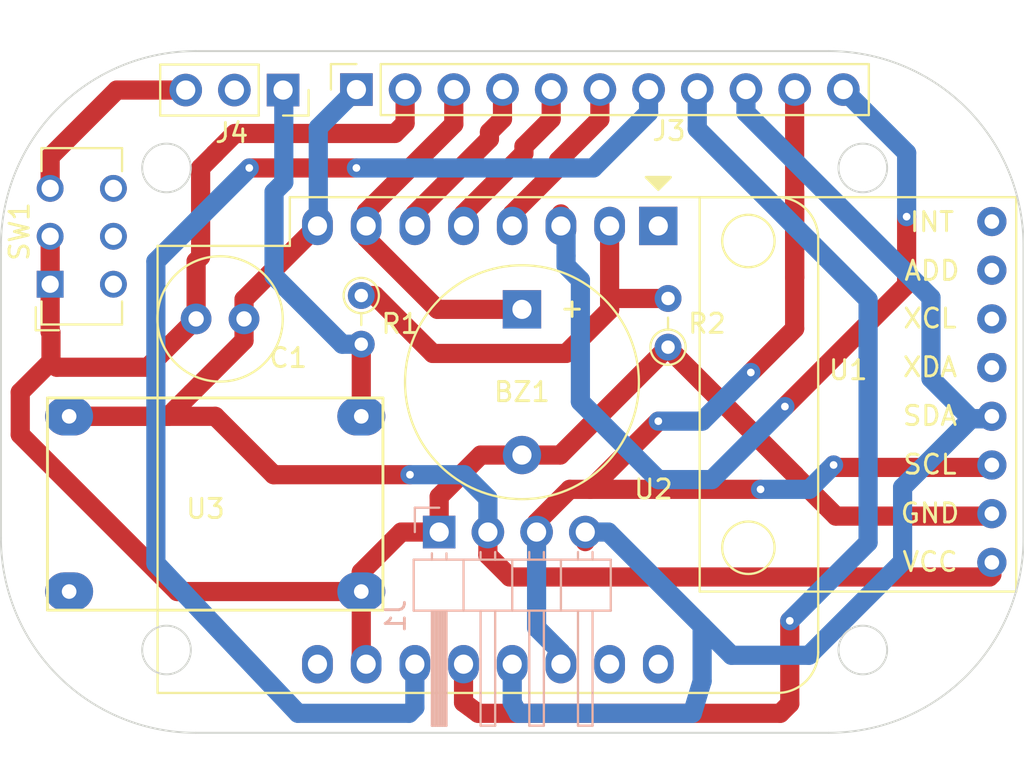
<source format=kicad_pcb>
(kicad_pcb (version 20211014) (generator pcbnew)
  (layers (0 "F.Cu" signal) (31 "B.Cu" signal) (34 "B.Paste" user) (35 "F.Paste" user) (36 "B.SilkS" user "B.Silkscreen") (37 "F.SilkS" user "F.Silkscreen") (38 "B.Mask" user) (39 "F.Mask" user) (44 "Edge.Cuts" user))
  (net 0 "")
  (net 1 "RST")
  (net 2 "A0")
  (net 3 "D0")
  (net 4 "D5")
  (net 5 "D6")
  (net 6 "D7")
  (net 7 "D8")
  (net 8 "3V3")
  (net 9 "GND")
  (net 10 "D4")
  (net 11 "D3")
  (net 12 "D2")
  (net 13 "D1")
  (net 14 "RX")
  (net 15 "TX")
  (net 22 "9V")
  (net 23 "Net-(J3-Pad3)")
  (footprint "Resistor_THT:R_Axial_DIN0204_L3.6mm_D1.6mm_P2.54mm_Vertical" (layer "F.Cu") (at 64.516 45.77 -90)
    (fp_text reference "R1" (at 1.474 -2.032 180) (layer "F.SilkS"))
    (fp_text value "470k")
    (fp_line (start 0.92 0) (end 1.54 0) (layer "F.SilkS") (width 0.12))
    (fp_circle (center 0 0) (end 0.92 0) (layer "F.SilkS") (width 0.12) (fill none))
    (pad "1" thru_hole circle (at 0 0 270) (size 1.4 1.4) (drill 0.7) (layers *.Cu *.Mask) (net 2 "A0"))
    (pad "2" thru_hole oval (at 2.54 0 270) (size 1.4 1.4) (drill 0.7) (layers *.Cu *.Mask) (net 22 "9V"))
  )
  (footprint "Module:WEMOS_D1_mini_light" (layer "F.Cu") (at 80.01 42.141 -90)
    (fp_text reference "U2" (at 13.739 0.254 180) (layer "F.SilkS"))
    (fp_text value "WeMos_D1_mini")
    (fp_line (start 22.24 -8.34) (end 0.63 -8.34) (layer "F.SilkS") (width 0.12))
    (fp_line (start -1.5 19.22) (end -1.5 -6.21) (layer "F.SilkS") (width 0.12))
    (fp_line (start 1.04 19.22) (end 1.04 26.12) (layer "F.SilkS") (width 0.12))
    (fp_line (start -1.5 19.22) (end 1.04 19.22) (layer "F.SilkS") (width 0.12))
    (fp_line (start 24.36 26.12) (end 24.36 -6.21) (layer "F.SilkS") (width 0.12))
    (fp_line (start 1.04 26.12) (end 24.36 26.12) (layer "F.SilkS") (width 0.12))
    (fp_arc (start -1.5 -6.21) (mid -0.876137 -7.716137) (end 0.63 -8.34) (layer "F.SilkS") (width 0.12))
    (fp_arc (start 22.23 -8.34) (mid 23.736137 -7.716137) (end 24.36 -6.21) (layer "F.SilkS") (width 0.12))
    (fp_poly (pts (xy -2.54 -0.635) (xy -2.54 0.635) (xy -1.905 0)) (layer "F.SilkS") (width 0.15) (fill solid))
    (pad "1" thru_hole rect (at 0 0 270) (size 2 2) (drill 1) (layers *.Cu *.Mask) (net 1 "RST"))
    (pad "2" thru_hole oval (at 0 2.54 270) (size 2 1.6) (drill 1) (layers *.Cu *.Mask) (net 2 "A0"))
    (pad "3" thru_hole oval (at 0 5.08 270) (size 2 1.6) (drill 1) (layers *.Cu *.Mask) (net 3 "D0"))
    (pad "4" thru_hole oval (at 0 7.62 270) (size 2 1.6) (drill 1) (layers *.Cu *.Mask) (net 4 "D5"))
    (pad "5" thru_hole oval (at 0 10.16 270) (size 2 1.6) (drill 1) (layers *.Cu *.Mask) (net 5 "D6"))
    (pad "6" thru_hole oval (at 0 12.7 270) (size 2 1.6) (drill 1) (layers *.Cu *.Mask) (net 6 "D7"))
    (pad "7" thru_hole oval (at 0 15.24 270) (size 2 1.6) (drill 1) (layers *.Cu *.Mask) (net 7 "D8"))
    (pad "8" thru_hole oval (at 0 17.78 270) (size 2 1.6) (drill 1) (layers *.Cu *.Mask) (net 8 "3V3"))
    (pad "9" thru_hole oval (at 22.86 17.78 270) (size 2 1.6) (drill 1) (layers *.Cu *.Mask))
    (pad "10" thru_hole oval (at 22.86 15.24 270) (size 2 1.6) (drill 1) (layers *.Cu *.Mask) (net 9 "GND"))
    (pad "11" thru_hole oval (at 22.86 12.7 270) (size 2 1.6) (drill 1) (layers *.Cu *.Mask) (net 10 "D4"))
    (pad "12" thru_hole oval (at 22.86 10.16 270) (size 2 1.6) (drill 1) (layers *.Cu *.Mask) (net 11 "D3"))
    (pad "13" thru_hole oval (at 22.86 7.62 270) (size 2 1.6) (drill 1) (layers *.Cu *.Mask) (net 12 "D2"))
    (pad "14" thru_hole oval (at 22.86 5.08 270) (size 2 1.6) (drill 1) (layers *.Cu *.Mask) (net 13 "D1"))
    (pad "15" thru_hole oval (at 22.86 2.54 270) (size 2 1.6) (drill 1) (layers *.Cu *.Mask) (net 14 "RX"))
    (pad "16" thru_hole oval (at 22.86 0 270) (size 2 1.6) (drill 1) (layers *.Cu *.Mask) (net 15 "TX"))
  )
  (footprint "Button_Switch_THT:SW_CuK_JS202011CQN_DPDT_Straight" (layer "F.Cu") (at 48.2864 45.1811 90)
    (fp_text reference "SW1" (at 2.75 -1.6 90) (layer "F.SilkS"))
    (fp_text value "SW_SPDT")
    (fp_line (start 7.1 3.75) (end 5.9 3.75) (layer "F.SilkS") (width 0.12))
    (fp_line (start -2.1 3.75) (end -0.9 3.75) (layer "F.SilkS") (width 0.12))
    (fp_line (start -2.1 -0.45) (end -2.1 3.75) (layer "F.SilkS") (width 0.12))
    (fp_line (start -2.4 -0.75) (end -2.4 0.45) (layer "F.SilkS") (width 0.12))
    (fp_line (start 5.9 -0.45) (end 7.1 -0.45) (layer "F.SilkS") (width 0.12))
    (fp_line (start -1.2 -0.75) (end -2.4 -0.75) (layer "F.SilkS") (width 0.12))
    (fp_line (start 7.1 -0.45) (end 7.1 3.75) (layer "F.SilkS") (width 0.12))
    (fp_line (start -0.9 -0.45) (end -2.1 -0.45) (layer "F.SilkS") (width 0.12))
    (pad "1" thru_hole rect (at 0 0 90) (size 1.4 1.4) (drill 0.9) (layers *.Cu *.Mask) (net 9 "GND"))
    (pad "2" thru_hole circle (at 2.5 0 90) (size 1.4 1.4) (drill 0.9) (layers *.Cu *.Mask) (net 9 "GND"))
    (pad "3" thru_hole circle (at 5 0 90) (size 1.4 1.4) (drill 0.9) (layers *.Cu *.Mask) (net 23 "Net-(J3-Pad3)"))
    (pad "4" thru_hole circle (at 0 3.3 90) (size 1.4 1.4) (drill 0.9) (layers *.Cu *.Mask))
    (pad "5" thru_hole circle (at 2.5 3.3 90) (size 1.4 1.4) (drill 0.9) (layers *.Cu *.Mask))
    (pad "6" thru_hole circle (at 5 3.3 90) (size 1.4 1.4) (drill 0.9) (layers *.Cu *.Mask))
  )
  (footprint "Capacitor_THT:C_Radial_D6.3mm_H5.0mm_P2.50mm" (layer "F.Cu") (at 58.4 46.99 180)
    (fp_text reference "C1" (at -2.306 -2.032) (layer "F.SilkS"))
    (fp_text value "100uF")
    (fp_circle (center 1.25 0) (end 4.52 0) (layer "F.SilkS") (width 0.12) (fill none))
    (pad "1" thru_hole circle (at 0 0 180) (size 1.6 1.6) (drill 0.8) (layers *.Cu *.Mask) (net 8 "3V3"))
    (pad "2" thru_hole circle (at 2.5 0 180) (size 1.6 1.6) (drill 0.8) (layers *.Cu *.Mask) (net 9 "GND"))
  )
  (footprint "Usini sensors:module_mpu6050" (layer "F.Cu") (at 97.409 41.91 180)
    (fp_text reference "U1" (at 7.493 -7.747) (layer "F.SilkS"))
    (fp_text value "module_mpu6050")
    (fp_text user "XDA" (at 3.2258 -7.5946) (layer "F.SilkS"))
    (fp_text user "INT" (at 3.1242 -0.0254) (layer "F.SilkS"))
    (fp_text user "XCL" (at 3.2258 -5.0546) (layer "F.SilkS"))
    (fp_text user "SCL" (at 3.2258 -12.6746) (layer "F.SilkS"))
    (fp_text user "GND" (at 3.2258 -15.2146) (layer "F.SilkS"))
    (fp_text user "SDA" (at 3.2258 -10.1346) (layer "F.SilkS"))
    (fp_text user "ADD" (at 3.1242 -2.5654) (layer "F.SilkS"))
    (fp_text user "VCC" (at 3.2258 -17.7546) (layer "F.SilkS"))
    (fp_line (start 15.24 -19.304) (end 15.24 1.27) (layer "F.SilkS") (width 0.12))
    (fp_line (start -1.27 1.27) (end -1.27 -19.304) (layer "F.SilkS") (width 0.12))
    (fp_line (start 15.24 1.27) (end -1.27 1.27) (layer "F.SilkS") (width 0.12))
    (fp_line (start -1.27 -19.304) (end 15.24 -19.304) (layer "F.SilkS") (width 0.12))
    (fp_circle (center 12.7 -17.018) (end 13.208 -15.748) (layer "F.SilkS") (width 0.12) (fill none))
    (fp_circle (center 12.7 -1.016) (end 13.208 0.254) (layer "F.SilkS") (width 0.12) (fill none))
    (pad "1" thru_hole circle locked (at 0 -17.78 180) (size 1.524 1.524) (drill 0.762) (layers *.Cu *.Mask) (net 8 "3V3"))
    (pad "2" thru_hole circle locked (at 0 -15.24 180) (size 1.524 1.524) (drill 0.762) (layers *.Cu *.Mask) (net 9 "GND"))
    (pad "3" thru_hole circle locked (at 0 -12.7 180) (size 1.524 1.524) (drill 0.762) (layers *.Cu *.Mask) (net 13 "D1"))
    (pad "4" thru_hole circle locked (at 0 -10.16 180) (size 1.524 1.524) (drill 0.762) (layers *.Cu *.Mask) (net 12 "D2"))
    (pad "5" thru_hole circle locked (at 0 -7.62 180) (size 1.524 1.524) (drill 0.762) (layers *.Cu *.Mask))
    (pad "6" thru_hole circle locked (at 0 -5.08 180) (size 1.524 1.524) (drill 0.762) (layers *.Cu *.Mask))
    (pad "7" thru_hole circle locked (at 0 -2.54 180) (size 1.524 1.524) (drill 0.762) (layers *.Cu *.Mask))
    (pad "8" thru_hole circle locked (at 0 0 180) (size 1.524 1.524) (drill 0.762) (layers *.Cu *.Mask))
  )
  (footprint "Mini360_step-down:Mini360_step-down" (layer "F.Cu") (at 56.896 56.642 180)
    (fp_text reference "U3" (at 0.508 -0.254) (layer "F.SilkS"))
    (fp_text value "Mini360")
    (fp_line (start 8.75 5.53) (end 8.75 -5.54) (layer "F.SilkS") (width 0.15))
    (fp_line (start -8.75 -5.54) (end -8.75 5.53) (layer "F.SilkS") (width 0.15))
    (fp_line (start -8.75 -5.54) (end 8.75 -5.54) (layer "F.SilkS") (width 0.15))
    (fp_line (start 8.75 5.53) (end -8.75 5.53) (layer "F.SilkS") (width 0.15))
    (pad "1" thru_hole oval locked (at -7.62 -4.57 180) (size 2.5 2) (drill 0.762) (layers *.Cu *.Mask) (net 9 "GND"))
    (pad "2" thru_hole oval locked (at -7.62 4.57 180) (size 2.5 2) (drill 0.762) (layers *.Cu *.Mask) (net 22 "9V"))
    (pad "3" thru_hole oval locked (at 7.62 -4.57 180) (size 2.5 2) (drill 0.762) (layers *.Cu *.Mask))
    (pad "4" thru_hole oval locked (at 7.62 4.57 180) (size 2.5 2) (drill 0.762) (layers *.Cu *.Mask) (net 8 "3V3"))
  )
  (footprint "Connector_PinSocket_2.54mm:PinSocket_1x11_P2.54mm_Vertical" (layer "F.Cu") (at 64.262 35.027 90)
    (fp_text reference "J4" (at -2.2602 -6.5024 180) (layer "F.SilkS"))
    (fp_text value "Conn_01x11")
    (fp_line (start 1.33 1.27) (end 1.33 26.73) (layer "F.SilkS") (width 0.12))
    (fp_line (start -1.33 26.73) (end 1.33 26.73) (layer "F.SilkS") (width 0.12))
    (fp_line (start 1.33 -1.33) (end 1.33 0) (layer "F.SilkS") (width 0.12))
    (fp_line (start -1.33 1.27) (end 1.33 1.27) (layer "F.SilkS") (width 0.12))
    (fp_line (start 0 -1.33) (end 1.33 -1.33) (layer "F.SilkS") (width 0.12))
    (fp_line (start -1.33 1.27) (end -1.33 26.73) (layer "F.SilkS") (width 0.12))
    (pad "1" thru_hole rect (at 0 0 90) (size 1.7 1.7) (drill 1) (layers *.Cu *.Mask) (net 8 "3V3"))
    (pad "2" thru_hole oval (at 0 2.54 90) (size 1.7 1.7) (drill 1) (layers *.Cu *.Mask) (net 9 "GND"))
    (pad "3" thru_hole oval (at 0 5.08 90) (size 1.7 1.7) (drill 1) (layers *.Cu *.Mask) (net 7 "D8"))
    (pad "4" thru_hole oval (at 0 7.62 90) (size 1.7 1.7) (drill 1) (layers *.Cu *.Mask) (net 6 "D7"))
    (pad "5" thru_hole oval (at 0 10.16 90) (size 1.7 1.7) (drill 1) (layers *.Cu *.Mask) (net 5 "D6"))
    (pad "6" thru_hole oval (at 0 12.7 90) (size 1.7 1.7) (drill 1) (layers *.Cu *.Mask) (net 4 "D5"))
    (pad "7" thru_hole oval (at 0 15.24 90) (size 1.7 1.7) (drill 1) (layers *.Cu *.Mask) (net 10 "D4"))
    (pad "8" thru_hole oval (at 0 17.78 90) (size 1.7 1.7) (drill 1) (layers *.Cu *.Mask) (net 11 "D3"))
    (pad "9" thru_hole oval (at 0 20.32 90) (size 1.7 1.7) (drill 1) (layers *.Cu *.Mask) (net 12 "D2"))
    (pad "10" thru_hole oval (at 0 22.86 90) (size 1.7 1.7) (drill 1) (layers *.Cu *.Mask) (net 13 "D1"))
    (pad "11" thru_hole oval (at 0 25.4 90) (size 1.7 1.7) (drill 1) (layers *.Cu *.Mask) (net 3 "D0"))
  )
  (footprint "Buzzer_Beeper:Buzzer_12x9.5RM7.6" (layer "F.Cu") (at 72.898 46.492 -90)
    (fp_text reference "BZ1" (at 4.308 0 180) (layer "F.SilkS"))
    (fp_text value "Buzzer")
    (fp_text user "+" (at -0.01 -2.54 90) (layer "F.SilkS"))
    (fp_circle (center 3.8 0) (end 9.9 0) (layer "F.SilkS") (width 0.12) (fill none))
    (pad "1" thru_hole rect (at 0 0 270) (size 2 2) (drill 1) (layers *.Cu *.Mask) (net 7 "D8"))
    (pad "2" thru_hole circle (at 7.6 0 270) (size 2 2) (drill 1) (layers *.Cu *.Mask) (net 9 "GND"))
  )
  (footprint "Connector_PinSocket_2.54mm:PinSocket_1x03_P2.54mm_Vertical" (layer "F.Cu") (at 60.437 35.052 -90)
    (fp_text reference "J3" (at 2.1336 -20.1318 180) (layer "F.SilkS"))
    (fp_text value "Conn_01x03")
    (fp_line (start -1.33 1.27) (end -1.33 6.41) (layer "F.SilkS") (width 0.12))
    (fp_line (start 1.33 1.27) (end 1.33 6.41) (layer "F.SilkS") (width 0.12))
    (fp_line (start 0 -1.33) (end 1.33 -1.33) (layer "F.SilkS") (width 0.12))
    (fp_line (start -1.33 1.27) (end 1.33 1.27) (layer "F.SilkS") (width 0.12))
    (fp_line (start -1.33 6.41) (end 1.33 6.41) (layer "F.SilkS") (width 0.12))
    (fp_line (start 1.33 -1.33) (end 1.33 0) (layer "F.SilkS") (width 0.12))
    (pad "1" thru_hole rect (at 0 0 270) (size 1.7 1.7) (drill 1) (layers *.Cu *.Mask) (net 22 "9V"))
    (pad "2" thru_hole oval (at 0 2.54 270) (size 1.7 1.7) (drill 1) (layers *.Cu *.Mask))
    (pad "3" thru_hole oval (at 0 5.08 270) (size 1.7 1.7) (drill 1) (layers *.Cu *.Mask) (net 23 "Net-(J3-Pad3)"))
  )
  (footprint "Resistor_THT:R_Axial_DIN0204_L3.6mm_D1.6mm_P2.54mm_Vertical" (layer "F.Cu") (at 80.518 48.464 90)
    (fp_text reference "R2" (at 1.23 2.032 180) (layer "F.SilkS"))
    (fp_text value "57k")
    (fp_line (start 0.92 0) (end 1.54 0) (layer "F.SilkS") (width 0.12))
    (fp_circle (center 0 0) (end 0.92 0) (layer "F.SilkS") (width 0.12) (fill none))
    (pad "1" thru_hole circle (at 0 0 90) (size 1.4 1.4) (drill 0.7) (layers *.Cu *.Mask) (net 9 "GND"))
    (pad "2" thru_hole oval (at 2.54 0 90) (size 1.4 1.4) (drill 0.7) (layers *.Cu *.Mask) (net 2 "A0"))
  )
  (footprint "Connector_PinHeader_2.54mm:PinHeader_1x04_P2.54mm_Horizontal" (layer "B.Cu") (at 68.58 58.109 -90)
    (fp_text reference "J1" (at 4.385 2.27 90) (layer "B.SilkS") (effects (justify mirror)))
    (fp_text value "Conn_01x04_Female")
    (fp_line (start 10.1 -4.7) (end 10.1 -5.46) (layer "B.SilkS") (width 0.12))
    (fp_line (start 1.11 -0.38) (end 1.44 -0.38) (layer "B.SilkS") (width 0.12))
    (fp_line (start 4.1 0.2) (end 10.1 0.2) (layer "B.SilkS") (width 0.12))
    (fp_line (start 10.1 -7.24) (end 10.1 -8) (layer "B.SilkS") (width 0.12))
    (fp_line (start 4.1 -7.24) (end 10.1 -7.24) (layer "B.SilkS") (width 0.12))
    (fp_line (start 1.042929 -5.46) (end 1.44 -5.46) (layer "B.SilkS") (width 0.12))
    (fp_line (start 1.042929 -4.7) (end 1.44 -4.7) (layer "B.SilkS") (width 0.12))
    (fp_line (start 4.1 -8.95) (end 4.1 1.33) (layer "B.SilkS") (width 0.12))
    (fp_line (start 4.1 -0.28) (end 10.1 -0.28) (layer "B.SilkS") (width 0.12))
    (fp_line (start 4.1 -0.16) (end 10.1 -0.16) (layer "B.SilkS") (width 0.12))
    (fp_line (start 10.1 -2.92) (end 4.1 -2.92) (layer "B.SilkS") (width 0.12))
    (fp_line (start 1.44 -1.27) (end 4.1 -1.27) (layer "B.SilkS") (width 0.12))
    (fp_line (start -1.27 0) (end -1.27 1.27) (layer "B.SilkS") (width 0.12))
    (fp_line (start 10.1 -5.46) (end 4.1 -5.46) (layer "B.SilkS") (width 0.12))
    (fp_line (start 4.1 0.38) (end 10.1 0.38) (layer "B.SilkS") (width 0.12))
    (fp_line (start 4.1 1.33) (end 1.44 1.33) (layer "B.SilkS") (width 0.12))
    (fp_line (start 4.1 0.08) (end 10.1 0.08) (layer "B.SilkS") (width 0.12))
    (fp_line (start 4.1 -4.7) (end 10.1 -4.7) (layer "B.SilkS") (width 0.12))
    (fp_line (start 1.11 0.38) (end 1.44 0.38) (layer "B.SilkS") (width 0.12))
    (fp_line (start 1.042929 -8) (end 1.44 -8) (layer "B.SilkS") (width 0.12))
    (fp_line (start 1.44 1.33) (end 1.44 -8.95) (layer "B.SilkS") (width 0.12))
    (fp_line (start 1.042929 -2.16) (end 1.44 -2.16) (layer "B.SilkS") (width 0.12))
    (fp_line (start 1.44 -3.81) (end 4.1 -3.81) (layer "B.SilkS") (width 0.12))
    (fp_line (start 1.042929 -7.24) (end 1.44 -7.24) (layer "B.SilkS") (width 0.12))
    (fp_line (start 4.1 0.32) (end 10.1 0.32) (layer "B.SilkS") (width 0.12))
    (fp_line (start 4.1 -2.16) (end 10.1 -2.16) (layer "B.SilkS") (width 0.12))
    (fp_line (start -1.27 1.27) (end 0 1.27) (layer "B.SilkS") (width 0.12))
    (fp_line (start 1.44 -8.95) (end 4.1 -8.95) (layer "B.SilkS") (width 0.12))
    (fp_line (start 4.1 -0.04) (end 10.1 -0.04) (layer "B.SilkS") (width 0.12))
    (fp_line (start 10.1 -0.38) (end 4.1 -0.38) (layer "B.SilkS") (width 0.12))
    (fp_line (start 10.1 0.38) (end 10.1 -0.38) (layer "B.SilkS") (width 0.12))
    (fp_line (start 10.1 -2.16) (end 10.1 -2.92) (layer "B.SilkS") (width 0.12))
    (fp_line (start 1.44 -6.35) (end 4.1 -6.35) (layer "B.SilkS") (width 0.12))
    (fp_line (start 10.1 -8) (end 4.1 -8) (layer "B.SilkS") (width 0.12))
    (fp_line (start 1.042929 -2.92) (end 1.44 -2.92) (layer "B.SilkS") (width 0.12))
    (pad "1" thru_hole rect (at 0 0 270) (size 1.7 1.7) (drill 1) (layers *.Cu *.Mask) (net 9 "GND"))
    (pad "2" thru_hole oval (at 0 -2.54 270) (size 1.7 1.7) (drill 1) (layers *.Cu *.Mask) (net 8 "3V3"))
    (pad "3" thru_hole oval (at 0 -5.08 270) (size 1.7 1.7) (drill 1) (layers *.Cu *.Mask) (net 13 "D1"))
    (pad "4" thru_hole oval (at 0 -7.62 270) (size 1.7 1.7) (drill 1) (layers *.Cu *.Mask) (net 12 "D2"))
  )
  (gr_circle (center 90.678 39.116) (end 91.948 39.116) (layer "Edge.Cuts") (width 0.1) (fill none))
  (gr_line (start 88.9 68.58) (end 55.88 68.579999) (layer "Edge.Cuts") (width 0.1))
  (gr_circle (center 90.678 64.262) (end 91.948 64.262) (layer "Edge.Cuts") (width 0.1) (fill none))
  (gr_line (start 99.06 43.180001) (end 99.060001 58.42) (layer "Edge.Cuts") (width 0.1))
  (gr_circle (center 54.356 64.262) (end 55.626 64.262) (layer "Edge.Cuts") (width 0.1) (fill none))
  (gr_line (start 45.720001 58.42) (end 45.72 43.180001) (layer "Edge.Cuts") (width 0.1))
  (gr_arc (start 88.9 33.020001) (mid 96.084205 35.995796) (end 99.06 43.180001) (layer "Edge.Cuts") (width 0.1))
  (gr_arc (start 55.88 68.58) (mid 48.695795 65.604205) (end 45.72 58.42) (layer "Edge.Cuts") (width 0.1))
  (gr_arc (start 45.72 43.180001) (mid 48.695795 35.995796) (end 55.88 33.020001) (layer "Edge.Cuts") (width 0.1))
  (gr_circle (center 54.356 39.116) (end 55.626 39.116) (layer "Edge.Cuts") (width 0.1) (fill none))
  (gr_arc (start 99.060001 58.42) (mid 96.084206 65.604206) (end 88.9 68.580001) (layer "Edge.Cuts") (width 0.1))
  (gr_line (start 55.88 33.02) (end 88.9 33.020001) (layer "Edge.Cuts") (width 0.1))
  (segment (start 77.52 45.924) (end 77.47 45.974) (width 1) (layer "F.Cu") (net 2))
  (segment (start 77.47 45.974) (end 77.47 42.141) (width 1) (layer "F.Cu") (net 2))
  (segment (start 80.518 45.924) (end 77.52 45.924) (width 1) (layer "F.Cu") (net 2))
  (segment (start 65.224939 45.77) (end 68.24645 48.791511) (width 1) (layer "F.Cu") (net 2))
  (segment (start 68.24645 48.791511) (end 75.197511 48.791511) (width 1) (layer "F.Cu") (net 2))
  (segment (start 75.197511 48.791511) (end 77.47 46.519022) (width 1) (layer "F.Cu") (net 2))
  (segment (start 77.47 46.519022) (end 77.47 45.974) (width 1) (layer "F.Cu") (net 2))
  (segment (start 64.516 45.77) (end 65.224939 45.77) (width 1) (layer "F.Cu") (net 2))
  (segment (start 92.964 45.212) (end 92.964 41.656) (width 1) (layer "F.Cu") (net 3))
  (segment (start 86.614 51.562) (end 92.964 45.212) (width 1) (layer "F.Cu") (net 3))
  (segment (start 74.93 41.511831) (end 74.93 42.141) (width 1) (layer "F.Cu") (net 3))
  (via (at 86.614 51.562) (size 0.8) (drill 0.4) (layers "F.Cu" "B.Cu") (net 3))
  (via (at 92.964 41.656) (size 0.8) (drill 0.4) (layers "F.Cu" "B.Cu") (net 3))
  (segment (start 80.01 55.372) (end 82.804 55.372) (width 1) (layer "B.Cu") (net 3))
  (segment (start 75.946 44.958) (end 75.946 51.308) (width 1) (layer "B.Cu") (net 3))
  (segment (start 82.804 55.372) (end 86.614 51.562) (width 1) (layer "B.Cu") (net 3))
  (segment (start 92.964 38.329) (end 89.662 35.027) (width 1) (layer "B.Cu") (net 3))
  (segment (start 75.946 51.308) (end 80.01 55.372) (width 1) (layer "B.Cu") (net 3))
  (segment (start 92.964 41.656) (end 92.964 38.329) (width 1) (layer "B.Cu") (net 3))
  (segment (start 75.197511 44.209511) (end 75.946 44.958) (width 1) (layer "B.Cu") (net 3))
  (segment (start 75.197511 43.701511) (end 75.197511 44.209511) (width 1) (layer "B.Cu") (net 3))
  (segment (start 74.93 42.141) (end 75.197511 42.408511) (width 1) (layer "B.Cu") (net 3))
  (segment (start 75.197511 42.408511) (end 75.197511 43.701511) (width 1) (layer "B.Cu") (net 3))
  (segment (start 76.962 36.571108) (end 74.800831 38.732277) (width 1) (layer "F.Cu") (net 4))
  (segment (start 74.800831 38.732277) (end 74.800831 39.096108) (width 1) (layer "F.Cu") (net 4))
  (segment (start 76.962 35.027) (end 76.962 36.571108) (width 1) (layer "F.Cu") (net 4))
  (segment (start 74.800831 39.096108) (end 72.39 41.506939) (width 1) (layer "F.Cu") (net 4))
  (segment (start 72.39 41.506939) (end 72.39 42.141) (width 1) (layer "F.Cu") (net 4))
  (segment (start 74.422 36.566216) (end 73.00132 37.986896) (width 1) (layer "F.Cu") (net 5))
  (segment (start 73.00132 37.986896) (end 73.001321 38.350726) (width 1) (layer "F.Cu") (net 5))
  (segment (start 73.001321 38.350726) (end 69.85 41.502047) (width 1) (layer "F.Cu") (net 5))
  (segment (start 69.85 41.502047) (end 69.85 42.141) (width 1) (layer "F.Cu") (net 5))
  (segment (start 74.422 35.027) (end 74.422 36.566216) (width 1) (layer "F.Cu") (net 5))
  (segment (start 71.201803 37.241521) (end 71.201803 37.605352) (width 1) (layer "F.Cu") (net 6))
  (segment (start 71.201803 37.605352) (end 67.31 41.497155) (width 1) (layer "F.Cu") (net 6))
  (segment (start 67.31 41.497155) (end 67.31 42.141) (width 1) (layer "F.Cu") (net 6))
  (segment (start 71.882 36.561324) (end 71.201803 37.241521) (width 1) (layer "F.Cu") (net 6))
  (segment (start 71.882 35.027) (end 71.882 36.561324) (width 1) (layer "F.Cu") (net 6))
  (segment (start 69.342 35.027) (end 69.342 36.834892) (width 1) (layer "F.Cu") (net 7))
  (segment (start 72.898 46.492) (end 68.491831 46.492) (width 1) (layer "F.Cu") (net 7))
  (segment (start 64.77 42.770169) (end 64.77 42.141) (width 1) (layer "F.Cu") (net 7))
  (segment (start 64.77 41.406892) (end 64.77 42.141) (width 1) (layer "F.Cu") (net 7))
  (segment (start 69.342 36.834892) (end 64.77 41.406892) (width 1) (layer "F.Cu") (net 7))
  (segment (start 68.491831 46.492) (end 64.77 42.770169) (width 1) (layer "F.Cu") (net 7))
  (segment (start 59.944 55.118) (end 56.898 52.072) (width 1) (layer "F.Cu") (net 8))
  (segment (start 58.4 45.971) (end 62.23 42.141) (width 1) (layer "F.Cu") (net 8))
  (segment (start 58.4 46.99) (end 58.4 45.971) (width 1) (layer "F.Cu") (net 8))
  (segment (start 97.409 60.325) (end 97.409 59.69) (width 1) (layer "F.Cu") (net 8))
  (segment (start 55.673685 50.847685) (end 58.4 48.12137) (width 1) (layer "F.Cu") (net 8))
  (segment (start 97.282 60.452) (end 97.409 60.325) (width 1) (layer "F.Cu") (net 8))
  (segment (start 56.898 52.072) (end 49.276 52.072) (width 1) (layer "F.Cu") (net 8))
  (segment (start 71.12 59.311081) (end 72.260919 60.452) (width 1) (layer "F.Cu") (net 8))
  (segment (start 49.276 52.072) (end 54.44937 52.072) (width 1) (layer "F.Cu") (net 8))
  (segment (start 62.236511 42.134489) (end 62.23 42.141) (width 1) (layer "F.Cu") (net 8))
  (segment (start 58.4 48.12137) (end 58.4 46.99) (width 1) (layer "F.Cu") (net 8))
  (segment (start 72.260919 60.452) (end 97.282 60.452) (width 1) (layer "F.Cu") (net 8))
  (segment (start 71.12 58.109) (end 71.12 59.311081) (width 1) (layer "F.Cu") (net 8))
  (segment (start 67.056 55.118) (end 59.944 55.118) (width 1) (layer "F.Cu") (net 8))
  (segment (start 54.44937 52.072) (end 55.673685 50.847685) (width 1) (layer "F.Cu") (net 8))
  (via (at 67.056 55.118) (size 0.8) (drill 0.4) (layers "F.Cu" "B.Cu") (net 8))
  (segment (start 62.27302 37.01598) (end 62.27302 42.09798) (width 1) (layer "B.Cu") (net 8))
  (segment (start 69.888022 55.118) (end 67.056 55.118) (width 1) (layer "B.Cu") (net 8))
  (segment (start 71.12 56.349978) (end 69.888022 55.118) (width 1) (layer "B.Cu") (net 8))
  (segment (start 62.27302 42.09798) (end 62.23 42.141) (width 1) (layer "B.Cu") (net 8))
  (segment (start 64.262 35.027) (end 62.27302 37.01598) (width 1) (layer "B.Cu") (net 8))
  (segment (start 71.12 58.109) (end 71.12 56.349978) (width 1) (layer "B.Cu") (net 8))
  (segment (start 66.605 58.109) (end 68.58 58.109) (width 1) (layer "F.Cu") (net 9))
  (segment (start 57.928619 37.316489) (end 56.874489 38.370619) (width 1) (layer "F.Cu") (net 9))
  (segment (start 56.874489 38.375511) (end 56.135686 39.114314) (width 1) (layer "F.Cu") (net 9))
  (segment (start 48.629511 49.511511) (end 53.378489 49.511511) (width 1) (layer "F.Cu") (net 9))
  (segment (start 72.898 54.092) (end 74.89 54.092) (width 1) (layer "F.Cu") (net 9))
  (segment (start 46.72648 50.81552) (end 48.33 49.212) (width 1) (layer "F.Cu") (net 9))
  (segment (start 97.409 57.15) (end 97.409 57.277) (width 1) (layer "F.Cu") (net 9))
  (segment (start 66.802 35.027) (end 66.802 36.786022) (width 1) (layer "F.Cu") (net 9))
  (segment (start 56.135686 43.747292) (end 55.9 43.982978) (width 1) (layer "F.Cu") (net 9))
  (segment (start 87.143511 55.134619) (end 80.518 48.509108) (width 1) (layer "F.Cu") (net 9))
  (segment (start 48.33 49.212) (end 48.629511 49.511511) (width 1) (layer "F.Cu") (net 9))
  (segment (start 48.2864 42.6811) (end 48.2864 45.1811) (width 1) (layer "F.Cu") (net 9))
  (segment (start 64.516 61.212) (end 64.516 64.747) (width 1) (layer "F.Cu") (net 9))
  (segment (start 80.518 48.509108) (end 80.518 48.464) (width 1) (layer "F.Cu") (net 9))
  (segment (start 64.516 60.198) (end 66.605 58.109) (width 1) (layer "F.Cu") (net 9))
  (segment (start 46.72648 53.024492) (end 46.72648 50.81552) (width 1) (layer "F.Cu") (net 9))
  (segment (start 87.143511 55.144403) (end 87.143511 55.134619) (width 1) (layer "F.Cu") (net 9))
  (segment (start 54.913988 61.212) (end 46.72648 53.024492) (width 1) (layer "F.Cu") (net 9))
  (segment (start 64.516 61.212) (end 64.516 60.198) (width 1) (layer "F.Cu") (net 9))
  (segment (start 48.2864 47.6684) (end 48.2864 45.1811) (width 1) (layer "F.Cu") (net 9))
  (segment (start 48.33 47.712) (end 48.2864 47.6684) (width 1) (layer "F.Cu") (net 9))
  (segment (start 89.276108 57.277) (end 87.143511 55.144403) (width 1) (layer "F.Cu") (net 9))
  (segment (start 68.58 58.109) (end 68.58 56.259) (width 1) (layer "F.Cu") (net 9))
  (segment (start 70.747 54.092) (end 72.898 54.092) (width 1) (layer "F.Cu") (net 9))
  (segment (start 97.409 57.277) (end 89.276108 57.277) (width 1) (layer "F.Cu") (net 9))
  (segment (start 48.33 47.712) (end 48.33 49.212) (width 1) (layer "F.Cu") (net 9))
  (segment (start 55.9 43.982978) (end 55.9 46.99) (width 1) (layer "F.Cu") (net 9))
  (segment (start 53.378489 49.511511) (end 55.9 46.99) (width 1) (layer "F.Cu") (net 9))
  (segment (start 68.58 56.259) (end 70.747 54.092) (width 1) (layer "F.Cu") (net 9))
  (segment (start 66.802 36.786022) (end 66.271533 37.316489) (width 1) (layer "F.Cu") (net 9))
  (segment (start 56.874489 38.370619) (end 56.874489 38.375511) (width 1) (layer "F.Cu") (net 9))
  (segment (start 64.516 61.212) (end 54.913988 61.212) (width 1) (layer "F.Cu") (net 9))
  (segment (start 64.516 64.747) (end 64.77 65.001) (width 1) (layer "F.Cu") (net 9))
  (segment (start 66.271533 37.316489) (end 57.928619 37.316489) (width 1) (layer "F.Cu") (net 9))
  (segment (start 56.135686 39.114314) (end 56.135686 43.747292) (width 1) (layer "F.Cu") (net 9))
  (segment (start 74.89 54.092) (end 80.518 48.464) (width 1) (layer "F.Cu") (net 9))
  (segment (start 64.262 39.116) (end 58.674 39.116) (width 1) (layer "F.Cu") (net 10))
  (via (at 58.674 39.116) (size 0.8) (drill 0.4) (layers "F.Cu" "B.Cu") (net 10))
  (via (at 64.262 39.116) (size 0.8) (drill 0.4) (layers "F.Cu" "B.Cu") (net 10))
  (segment (start 79.502 35.027) (end 79.502 36.229081) (width 1) (layer "B.Cu") (net 10))
  (segment (start 67.31 67.26448) (end 67.31 65.001) (width 1) (layer "B.Cu") (net 10))
  (segment (start 67.01048 67.564) (end 67.31 67.26448) (width 1) (layer "B.Cu") (net 10))
  (segment (start 79.502 36.229081) (end 76.615081 39.116) (width 1) (layer "B.Cu") (net 10))
  (segment (start 76.615081 39.116) (end 64.262 39.116) (width 1) (layer "B.Cu") (net 10))
  (segment (start 53.800489 43.989511) (end 53.800489 59.740658) (width 1) (layer "B.Cu") (net 10))
  (segment (start 61.214 67.564) (end 67.01048 67.564) (width 1) (layer "B.Cu") (net 10))
  (segment (start 53.800489 59.740658) (end 61.214 67.564) (width 1) (layer "B.Cu") (net 10))
  (segment (start 58.674 39.116) (end 53.800489 43.989511) (width 1) (layer "B.Cu") (net 10))
  (segment (start 86.868 67.06548) (end 86.36948 67.564) (width 1) (layer "F.Cu") (net 11))
  (segment (start 69.85 67.001) (end 69.85 65.001) (width 1) (layer "F.Cu") (net 11))
  (segment (start 86.868 62.738) (end 86.868 67.06548) (width 1) (layer "F.Cu") (net 11))
  (segment (start 70.612 67.564) (end 69.85 67.001) (width 1) (layer "F.Cu") (net 11))
  (segment (start 86.36948 67.564) (end 70.612 67.564) (width 1) (layer "F.Cu") (net 11))
  (via (at 86.868 62.738) (size 0.8) (drill 0.4) (layers "F.Cu" "B.Cu") (net 11))
  (segment (start 82.042 35.027) (end 82.042 37.079108) (width 1) (layer "B.Cu") (net 11))
  (segment (start 90.95351 58.65249) (end 86.868 62.738) (width 1) (layer "B.Cu") (net 11))
  (segment (start 82.042 37.079108) (end 90.95351 45.990618) (width 1) (layer "B.Cu") (net 11))
  (segment (start 90.95351 45.990618) (end 90.95351 58.65249) (width 1) (layer "B.Cu") (net 11))
  (segment (start 76.2 58.608869) (end 76.2 58.109) (width 1) (layer "F.Cu") (net 12))
  (segment (start 72.39 67.001) (end 72.699 67.564) (width 1) (layer "B.Cu") (net 12))
  (segment (start 83.830591 64.53751) (end 87.867382 64.53751) (width 1) (layer "B.Cu") (net 12))
  (segment (start 72.39 65.001) (end 72.39 67.001) (width 1) (layer "B.Cu") (net 12))
  (segment (start 92.753021 55.775349) (end 96.33137 52.197) (width 1) (layer "B.Cu") (net 12))
  (segment (start 84.582 35.027) (end 84.582 36.229081) (width 1) (layer "B.Cu") (net 12))
  (segment (start 94.234 45.881081) (end 94.234 50.09963) (width 1) (layer "B.Cu") (net 12))
  (segment (start 84.582 36.229081) (end 94.234 45.881081) (width 1) (layer "B.Cu") (net 12))
  (segment (start 87.867382 64.53751) (end 92.753021 59.651871) (width 1) (layer "B.Cu") (net 12))
  (segment (start 96.33137 52.197) (end 97.409 52.197) (width 1) (layer "B.Cu") (net 12))
  (segment (start 72.699 67.564) (end 81.788 67.564) (width 1) (layer "B.Cu") (net 12))
  (segment (start 82.296 65.884169) (end 82.296 63.002919) (width 1) (layer "B.Cu") (net 12))
  (segment (start 82.296 63.002919) (end 77.402081 58.109) (width 1) (layer "B.Cu") (net 12))
  (segment (start 97.282 52.197) (end 97.409 52.07) (width 1) (layer "B.Cu") (net 12))
  (segment (start 81.788 67.564) (end 82.296 65.884169) (width 1) (layer "B.Cu") (net 12))
  (segment (start 96.33137 52.197) (end 97.282 52.197) (width 1) (layer "B.Cu") (net 12))
  (segment (start 77.402081 58.109) (end 76.2 58.109) (width 1) (layer "B.Cu") (net 12))
  (segment (start 82.296 63.002919) (end 83.830591 64.53751) (width 1) (layer "B.Cu") (net 12))
  (segment (start 94.234 50.09963) (end 96.33137 52.197) (width 1) (layer "B.Cu") (net 12))
  (segment (start 92.753021 59.651871) (end 92.753021 55.775349) (width 1) (layer "B.Cu") (net 12))
  (segment (start 73.66 58.109) (end 73.66 57.609131) (width 1) (layer "F.Cu") (net 13))
  (segment (start 89.281 54.737) (end 89.154 54.61) (width 1) (layer "F.Cu") (net 13))
  (segment (start 97.409 54.61) (end 97.409 54.737) (width 1) (layer "F.Cu") (net 13))
  (segment (start 87.122 47.498) (end 87.122 44.825418) (width 1) (layer "F.Cu") (net 13))
  (segment (start 73.66 57.609131) (end 75.389131 55.88) (width 1) (layer "F.Cu") (net 13))
  (segment (start 87.122 44.825418) (end 87.122 40.373876) (width 1) (layer "F.Cu") (net 13))
  (segment (start 76.454 55.88) (end 80.01 52.324) (width 1) (layer "F.Cu") (net 13))
  (segment (start 87.122 35.027) (end 87.122 44.825418) (width 1) (layer "F.Cu") (net 13))
  (segment (start 75.389131 55.88) (end 76.454 55.88) (width 1) (layer "F.Cu") (net 13))
  (segment (start 76.454 55.88) (end 85.344 55.88) (width 1) (layer "F.Cu") (net 13))
  (segment (start 97.409 54.737) (end 89.281 54.737) (width 1) (layer "F.Cu") (net 13))
  (segment (start 84.836 49.784) (end 87.122 47.498) (width 1) (layer "F.Cu") (net 13))
  (via (at 85.344 55.88) (size 0.8) (drill 0.4) (layers "F.Cu" "B.Cu") (net 13))
  (via (at 80.01 52.324) (size 0.8) (drill 0.4) (layers "F.Cu" "B.Cu") (net 13))
  (via (at 89.154 54.61) (size 0.8) (drill 0.4) (layers "F.Cu" "B.Cu") (net 13))
  (via (at 84.836 49.784) (size 0.8) (drill 0.4) (layers "F.Cu" "B.Cu") (net 13))
  (segment (start 87.884 55.88) (end 89.154 54.61) (width 1) (layer "B.Cu") (net 13))
  (segment (start 82.296 52.324) (end 84.836 49.784) (width 1) (layer "B.Cu") (net 13))
  (segment (start 74.93 64.371831) (end 74.93 65.001) (width 1) (layer "B.Cu") (net 13))
  (segment (start 73.66 58.109) (end 73.66 63.101831) (width 1) (layer "B.Cu") (net 13))
  (segment (start 85.344 55.88) (end 87.884 55.88) (width 1) (layer "B.Cu") (net 13))
  (segment (start 73.66 63.101831) (end 74.93 64.371831) (width 1) (layer "B.Cu") (net 13))
  (segment (start 80.01 52.324) (end 82.296 52.324) (width 1) (layer "B.Cu") (net 13))
  (segment (start 64.516 52.072) (end 64.516 48.31) (width 1) (layer "F.Cu") (net 22))
  (segment (start 63.526051 48.31) (end 59.965511 44.74946) (width 1) (layer "B.Cu") (net 22))
  (segment (start 59.965511 40.369381) (end 60.47351 39.861382) (width 1) (layer "B.Cu") (net 22))
  (segment (start 60.47351 39.861382) (end 60.47351 35.08851) (width 1) (layer "B.Cu") (net 22))
  (segment (start 60.47351 35.08851) (end 60.437 35.052) (width 1) (layer "B.Cu") (net 22))
  (segment (start 64.516 48.31) (end 63.526051 48.31) (width 1) (layer "B.Cu") (net 22))
  (segment (start 59.965511 44.74946) (end 59.965511 40.369381) (width 1) (layer "B.Cu") (net 22))
  (segment (start 48.2864 38.5308) (end 51.7652 35.052) (width 1) (layer "F.Cu") (net 23))
  (segment (start 51.7652 35.052) (end 55.357 35.052) (width 1) (layer "F.Cu") (net 23))
  (segment (start 48.2864 40.1811) (end 48.2864 38.5308) (width 1) (layer "F.Cu") (net 23))
)
</source>
